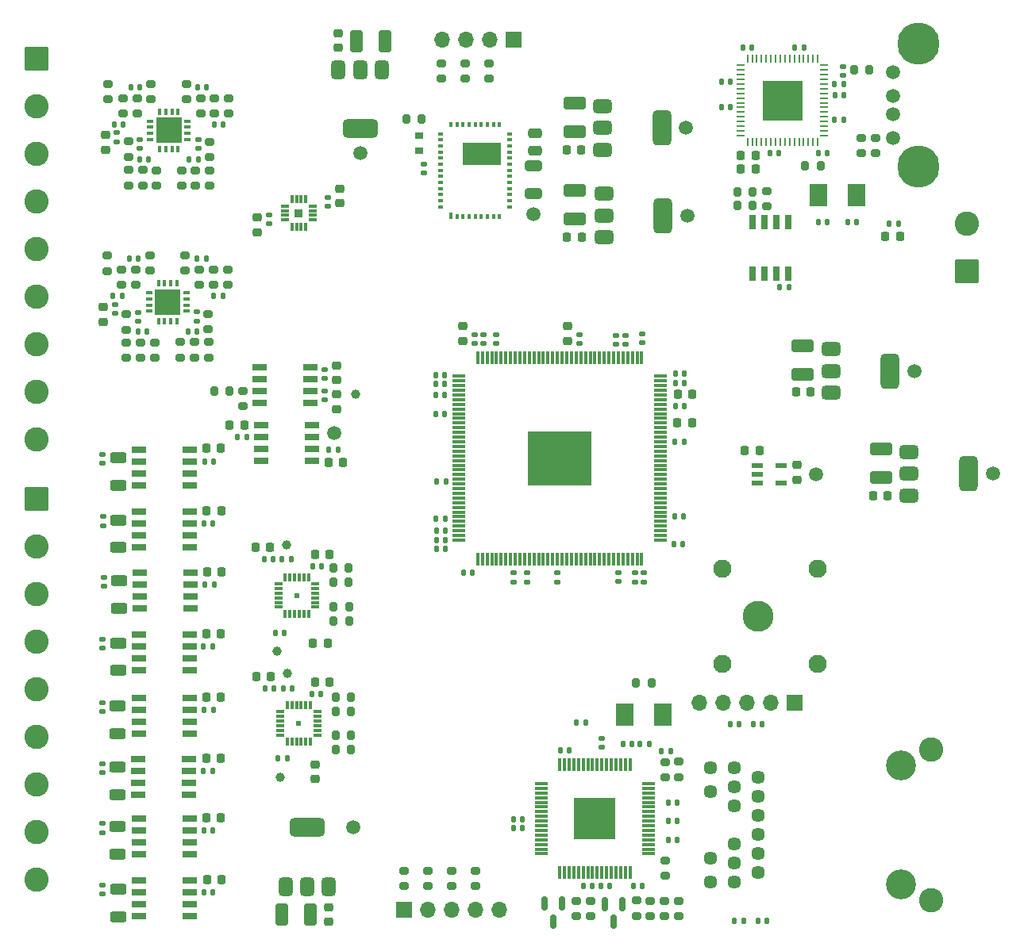
<source format=gbr>
%TF.GenerationSoftware,KiCad,Pcbnew,9.0.0*%
%TF.CreationDate,2025-06-18T17:59:25+02:00*%
%TF.ProjectId,Nanopipets,4e616e6f-7069-4706-9574-732e6b696361,rev?*%
%TF.SameCoordinates,Original*%
%TF.FileFunction,Soldermask,Top*%
%TF.FilePolarity,Negative*%
%FSLAX46Y46*%
G04 Gerber Fmt 4.6, Leading zero omitted, Abs format (unit mm)*
G04 Created by KiCad (PCBNEW 9.0.0) date 2025-06-18 17:59:25*
%MOMM*%
%LPD*%
G01*
G04 APERTURE LIST*
G04 Aperture macros list*
%AMRoundRect*
0 Rectangle with rounded corners*
0 $1 Rounding radius*
0 $2 $3 $4 $5 $6 $7 $8 $9 X,Y pos of 4 corners*
0 Add a 4 corners polygon primitive as box body*
4,1,4,$2,$3,$4,$5,$6,$7,$8,$9,$2,$3,0*
0 Add four circle primitives for the rounded corners*
1,1,$1+$1,$2,$3*
1,1,$1+$1,$4,$5*
1,1,$1+$1,$6,$7*
1,1,$1+$1,$8,$9*
0 Add four rect primitives between the rounded corners*
20,1,$1+$1,$2,$3,$4,$5,0*
20,1,$1+$1,$4,$5,$6,$7,0*
20,1,$1+$1,$6,$7,$8,$9,0*
20,1,$1+$1,$8,$9,$2,$3,0*%
G04 Aperture macros list end*
%ADD10R,1.475000X0.300000*%
%ADD11R,0.300000X1.475000*%
%ADD12R,6.760000X5.765000*%
%ADD13RoundRect,0.200000X-0.200000X-0.275000X0.200000X-0.275000X0.200000X0.275000X-0.200000X0.275000X0*%
%ADD14R,1.900000X2.400000*%
%ADD15RoundRect,0.200000X0.275000X-0.200000X0.275000X0.200000X-0.275000X0.200000X-0.275000X-0.200000X0*%
%ADD16RoundRect,0.140000X-0.140000X-0.170000X0.140000X-0.170000X0.140000X0.170000X-0.140000X0.170000X0*%
%ADD17RoundRect,0.250000X-0.412500X-0.925000X0.412500X-0.925000X0.412500X0.925000X-0.412500X0.925000X0*%
%ADD18R,1.700000X1.700000*%
%ADD19O,1.700000X1.700000*%
%ADD20RoundRect,0.375000X-0.625000X-0.375000X0.625000X-0.375000X0.625000X0.375000X-0.625000X0.375000X0*%
%ADD21RoundRect,0.500000X-0.500000X-1.400000X0.500000X-1.400000X0.500000X1.400000X-0.500000X1.400000X0*%
%ADD22RoundRect,0.140000X-0.170000X0.140000X-0.170000X-0.140000X0.170000X-0.140000X0.170000X0.140000X0*%
%ADD23RoundRect,0.140000X0.140000X0.170000X-0.140000X0.170000X-0.140000X-0.170000X0.140000X-0.170000X0*%
%ADD24RoundRect,0.225000X0.250000X-0.225000X0.250000X0.225000X-0.250000X0.225000X-0.250000X-0.225000X0*%
%ADD25RoundRect,0.140000X0.170000X-0.140000X0.170000X0.140000X-0.170000X0.140000X-0.170000X-0.140000X0*%
%ADD26RoundRect,0.225000X-0.225000X-0.250000X0.225000X-0.250000X0.225000X0.250000X-0.225000X0.250000X0*%
%ADD27RoundRect,0.200000X-0.275000X0.200000X-0.275000X-0.200000X0.275000X-0.200000X0.275000X0.200000X0*%
%ADD28RoundRect,0.150000X-0.150000X0.587500X-0.150000X-0.587500X0.150000X-0.587500X0.150000X0.587500X0*%
%ADD29R,1.528000X0.650000*%
%ADD30RoundRect,0.225000X0.225000X0.250000X-0.225000X0.250000X-0.225000X-0.250000X0.225000X-0.250000X0*%
%ADD31RoundRect,0.250000X-0.625000X0.312500X-0.625000X-0.312500X0.625000X-0.312500X0.625000X0.312500X0*%
%ADD32C,1.500000*%
%ADD33RoundRect,0.225000X-0.250000X0.225000X-0.250000X-0.225000X0.250000X-0.225000X0.250000X0.225000X0*%
%ADD34RoundRect,0.250000X-1.050000X1.050000X-1.050000X-1.050000X1.050000X-1.050000X1.050000X1.050000X0*%
%ADD35C,2.600000*%
%ADD36C,3.200000*%
%ADD37C,1.446000*%
%ADD38R,0.800000X0.350000*%
%ADD39R,0.350000X0.800000*%
%ADD40R,2.800000X2.800000*%
%ADD41RoundRect,0.062500X0.337500X0.062500X-0.337500X0.062500X-0.337500X-0.062500X0.337500X-0.062500X0*%
%ADD42RoundRect,0.062500X0.062500X0.337500X-0.062500X0.337500X-0.062500X-0.337500X0.062500X-0.337500X0*%
%ADD43R,4.350000X4.350000*%
%ADD44RoundRect,0.250000X1.050000X-1.050000X1.050000X1.050000X-1.050000X1.050000X-1.050000X-1.050000X0*%
%ADD45RoundRect,0.200000X0.200000X0.275000X-0.200000X0.275000X-0.200000X-0.275000X0.200000X-0.275000X0*%
%ADD46R,1.525000X0.650000*%
%ADD47C,1.000000*%
%ADD48R,1.200000X0.600000*%
%ADD49R,0.300000X0.850000*%
%ADD50R,0.850000X0.300000*%
%ADD51R,0.600000X0.600000*%
%ADD52RoundRect,0.250000X0.925000X-0.412500X0.925000X0.412500X-0.925000X0.412500X-0.925000X-0.412500X0*%
%ADD53R,0.300000X0.750000*%
%ADD54R,0.300000X0.600000*%
%ADD55R,0.600000X0.300000*%
%ADD56R,4.150000X2.425000*%
%ADD57R,4.440000X4.440000*%
%ADD58RoundRect,0.375000X-0.375000X0.625000X-0.375000X-0.625000X0.375000X-0.625000X0.375000X0.625000X0*%
%ADD59RoundRect,0.500000X-1.400000X0.500000X-1.400000X-0.500000X1.400000X-0.500000X1.400000X0.500000X0*%
%ADD60RoundRect,0.250000X0.650000X-0.325000X0.650000X0.325000X-0.650000X0.325000X-0.650000X-0.325000X0*%
%ADD61RoundRect,0.250000X0.412500X0.925000X-0.412500X0.925000X-0.412500X-0.925000X0.412500X-0.925000X0*%
%ADD62R,0.300000X0.900000*%
%ADD63R,0.900000X0.300000*%
%ADD64R,0.900000X0.900000*%
%ADD65R,0.950000X0.800000*%
%ADD66R,0.650000X1.525000*%
%ADD67C,4.500000*%
%ADD68C,1.950000*%
%ADD69C,3.300000*%
%ADD70RoundRect,0.375000X0.375000X-0.625000X0.375000X0.625000X-0.375000X0.625000X-0.375000X-0.625000X0*%
%ADD71RoundRect,0.500000X1.400000X-0.500000X1.400000X0.500000X-1.400000X0.500000X-1.400000X-0.500000X0*%
%ADD72RoundRect,0.135000X-0.135000X-0.185000X0.135000X-0.185000X0.135000X0.185000X-0.135000X0.185000X0*%
%ADD73RoundRect,0.250000X-0.475000X0.250000X-0.475000X-0.250000X0.475000X-0.250000X0.475000X0.250000X0*%
G04 APERTURE END LIST*
D10*
%TO.C,IC15*%
X49562000Y-36000000D03*
X49561999Y-36500000D03*
X49562000Y-37000000D03*
X49562000Y-37500000D03*
X49562000Y-38000000D03*
X49562000Y-38500000D03*
X49561999Y-39000000D03*
X49562000Y-39500000D03*
X49562000Y-40000000D03*
X49562000Y-40500000D03*
X49562000Y-41000000D03*
X49561999Y-41500000D03*
X49562000Y-42000000D03*
X49562000Y-42500000D03*
X49562000Y-43000001D03*
X49562000Y-43500000D03*
X49561999Y-44000000D03*
X49562000Y-44500000D03*
X49562000Y-45000000D03*
X49561999Y-45500000D03*
X49562000Y-46000000D03*
X49562000Y-46499999D03*
X49562000Y-47000000D03*
X49562000Y-47500000D03*
X49561999Y-48000000D03*
X49562000Y-48500000D03*
X49562000Y-49000000D03*
X49562000Y-49500000D03*
X49562000Y-50000000D03*
X49561999Y-50500000D03*
X49562000Y-51000000D03*
X49562000Y-51500000D03*
X49562000Y-52000000D03*
X49562000Y-52500000D03*
X49561999Y-53000000D03*
X49562000Y-53500000D03*
D11*
X51550000Y-55488000D03*
X52050000Y-55488001D03*
X52550000Y-55488000D03*
X53050000Y-55488000D03*
X53550000Y-55488000D03*
X54050000Y-55488000D03*
X54550000Y-55488001D03*
X55050000Y-55488000D03*
X55550000Y-55488000D03*
X56050000Y-55488000D03*
X56550000Y-55488000D03*
X57050000Y-55488001D03*
X57550000Y-55488000D03*
X58050000Y-55488000D03*
X58550001Y-55488000D03*
X59050000Y-55488000D03*
X59550000Y-55488001D03*
X60050000Y-55488000D03*
X60550000Y-55488000D03*
X61050000Y-55488001D03*
X61550000Y-55488000D03*
X62049999Y-55488000D03*
X62550000Y-55488000D03*
X63050000Y-55488000D03*
X63550000Y-55488001D03*
X64050000Y-55488000D03*
X64550000Y-55488000D03*
X65050000Y-55488000D03*
X65550000Y-55488000D03*
X66050000Y-55488001D03*
X66550000Y-55488000D03*
X67050000Y-55488000D03*
X67550000Y-55488000D03*
X68050000Y-55488000D03*
X68550000Y-55488001D03*
X69050000Y-55488000D03*
D10*
X71038000Y-53500000D03*
X71038001Y-53000000D03*
X71038000Y-52500000D03*
X71038000Y-52000000D03*
X71038000Y-51500000D03*
X71038000Y-51000000D03*
X71038001Y-50500000D03*
X71038000Y-50000000D03*
X71038000Y-49500000D03*
X71038000Y-49000000D03*
X71038000Y-48500000D03*
X71038001Y-48000000D03*
X71038000Y-47500000D03*
X71038000Y-47000000D03*
X71038000Y-46499999D03*
X71038000Y-46000000D03*
X71038001Y-45500000D03*
X71038000Y-45000000D03*
X71038000Y-44500000D03*
X71038001Y-44000000D03*
X71038000Y-43500000D03*
X71038000Y-43000001D03*
X71038000Y-42500000D03*
X71038000Y-42000000D03*
X71038001Y-41500000D03*
X71038000Y-41000000D03*
X71038000Y-40500000D03*
X71038000Y-40000000D03*
X71038000Y-39500000D03*
X71038001Y-39000000D03*
X71038000Y-38500000D03*
X71038000Y-38000000D03*
X71038000Y-37500000D03*
X71038000Y-37000000D03*
X71038001Y-36500000D03*
X71038000Y-36000000D03*
D11*
X69050000Y-34012000D03*
X68550000Y-34011999D03*
X68050000Y-34012000D03*
X67550000Y-34012000D03*
X67050000Y-34012000D03*
X66550000Y-34012000D03*
X66050000Y-34011999D03*
X65550000Y-34012000D03*
X65050000Y-34012000D03*
X64550000Y-34012000D03*
X64050000Y-34012000D03*
X63550000Y-34011999D03*
X63050000Y-34012000D03*
X62550000Y-34012000D03*
X62049999Y-34012000D03*
X61550000Y-34012000D03*
X61050000Y-34011999D03*
X60550000Y-34012000D03*
X60050000Y-34012000D03*
X59550000Y-34011999D03*
X59050000Y-34012000D03*
X58550001Y-34012000D03*
X58050000Y-34012000D03*
X57550000Y-34012000D03*
X57050000Y-34011999D03*
X56550000Y-34012000D03*
X56050000Y-34012000D03*
X55550000Y-34012000D03*
X55050000Y-34012000D03*
X54550000Y-34011999D03*
X54050000Y-34012000D03*
X53550000Y-34012000D03*
X53050000Y-34012000D03*
X52550000Y-34012000D03*
X52050000Y-34011999D03*
X51550000Y-34012000D03*
D12*
X60300000Y-44750000D03*
%TD*%
D13*
%TO.C,R16*%
X36375000Y-75849000D03*
X38025000Y-75849000D03*
%TD*%
D14*
%TO.C,Y1*%
X71324093Y-72124293D03*
X67224093Y-72124293D03*
%TD*%
D15*
%TO.C,R25*%
X14287750Y-12600000D03*
X14287750Y-10950000D03*
%TD*%
D16*
%TO.C,C152*%
X78450000Y-73150000D03*
X79410000Y-73150000D03*
%TD*%
D17*
%TO.C,C22*%
X38625000Y-250000D03*
X41700000Y-250000D03*
%TD*%
D18*
%TO.C,J3*%
X43720000Y-92970000D03*
D19*
X46260000Y-92970000D03*
X48799999Y-92970000D03*
X51340000Y-92970000D03*
X53880000Y-92970000D03*
%TD*%
D20*
%TO.C,U1*%
X65024800Y-16540653D03*
X65024800Y-18840653D03*
D21*
X71324800Y-18840653D03*
D20*
X65024800Y-21140653D03*
%TD*%
D22*
%TO.C,C26*%
X11558000Y-44340000D03*
X11558000Y-45300000D03*
%TD*%
D15*
%TO.C,R70*%
X47650000Y-4250000D03*
X47650000Y-2600000D03*
%TD*%
D22*
%TO.C,C104*%
X69085534Y-31466417D03*
X69085534Y-32426417D03*
%TD*%
D23*
%TO.C,C41*%
X29756896Y-55550000D03*
X28796896Y-55550000D03*
%TD*%
D24*
%TO.C,C120*%
X61110000Y-32220000D03*
X61110000Y-30670000D03*
%TD*%
D16*
%TO.C,C112*%
X47119615Y-51174648D03*
X48079615Y-51174648D03*
%TD*%
D25*
%TO.C,C96*%
X69297665Y-57952967D03*
X69297665Y-56992967D03*
%TD*%
D23*
%TO.C,C76*%
X13762750Y-9100000D03*
X12802750Y-9100000D03*
%TD*%
D26*
%TO.C,C54*%
X22608000Y-83120000D03*
X24158000Y-83120000D03*
%TD*%
D27*
%TO.C,R40*%
X13700000Y-6300000D03*
X13700000Y-7950000D03*
%TD*%
D28*
%TO.C,Q1*%
X60562500Y-92312500D03*
X58662500Y-92312500D03*
X59612500Y-94187500D03*
%TD*%
D29*
%TO.C,IC5*%
X15508000Y-56980000D03*
X15508000Y-58250000D03*
X15508000Y-59520000D03*
X15508000Y-60790000D03*
X20930000Y-60790000D03*
X20930000Y-59520000D03*
X20930000Y-58250000D03*
X20930000Y-56980000D03*
%TD*%
D16*
%TO.C,C32*%
X22458000Y-58250000D03*
X23418000Y-58250000D03*
%TD*%
D30*
%TO.C,C154*%
X96581318Y-21035589D03*
X95031318Y-21035589D03*
%TD*%
D31*
%TO.C,R13*%
X13158000Y-84100000D03*
X13158000Y-87025000D03*
%TD*%
D22*
%TO.C,C4*%
X35200000Y-37545000D03*
X35200000Y-38505000D03*
%TD*%
D15*
%TO.C,R39*%
X22887750Y-33993300D03*
X22887750Y-32343300D03*
%TD*%
D26*
%TO.C,C50*%
X22658000Y-89750000D03*
X24208000Y-89750000D03*
%TD*%
D15*
%TO.C,R63*%
X46200000Y-90420000D03*
X46200000Y-88770000D03*
%TD*%
D31*
%TO.C,R6*%
X13230000Y-51375000D03*
X13230000Y-54300000D03*
%TD*%
D25*
%TO.C,C10*%
X35200000Y-36245000D03*
X35200000Y-35285000D03*
%TD*%
D32*
%TO.C,TP10*%
X73775000Y-9500000D03*
%TD*%
D23*
%TO.C,C60*%
X29800000Y-69321128D03*
X28840000Y-69321128D03*
%TD*%
D22*
%TO.C,C84*%
X12862750Y-28358300D03*
X12862750Y-29318300D03*
%TD*%
D33*
%TO.C,C86*%
X11637750Y-28633300D03*
X11637750Y-30183300D03*
%TD*%
D16*
%TO.C,C34*%
X22370000Y-51750000D03*
X23330000Y-51750000D03*
%TD*%
D31*
%TO.C,R5*%
X13308000Y-57850000D03*
X13308000Y-60775000D03*
%TD*%
D26*
%TO.C,C33*%
X22708000Y-56850000D03*
X24258000Y-56850000D03*
%TD*%
D34*
%TO.C,J5*%
X4500000Y-49070000D03*
D35*
X4500000Y-54150000D03*
X4500000Y-59230000D03*
X4500000Y-64310000D03*
X4500000Y-69390000D03*
X4500000Y-74470000D03*
X4500000Y-79550000D03*
X4500000Y-84630000D03*
X4500000Y-89710000D03*
%TD*%
D28*
%TO.C,Q2*%
X66975000Y-92325000D03*
X65075000Y-92325000D03*
X66025000Y-94200000D03*
%TD*%
D22*
%TO.C,C47*%
X11508000Y-77350000D03*
X11508000Y-78310000D03*
%TD*%
D30*
%TO.C,C7*%
X87075000Y-37675000D03*
X85525000Y-37675000D03*
%TD*%
D16*
%TO.C,C89*%
X50040000Y-56950000D03*
X51000000Y-56950000D03*
%TD*%
D23*
%TO.C,C103*%
X73581066Y-35709056D03*
X72621066Y-35709056D03*
%TD*%
%TO.C,C58*%
X31225000Y-76800000D03*
X30265000Y-76800000D03*
%TD*%
D16*
%TO.C,C132*%
X60365000Y-75962500D03*
X61325000Y-75962500D03*
%TD*%
%TO.C,C51*%
X22358000Y-84520000D03*
X23318000Y-84520000D03*
%TD*%
D33*
%TO.C,C67*%
X28050000Y-19075000D03*
X28050000Y-20625000D03*
%TD*%
D16*
%TO.C,C49*%
X22398000Y-71600000D03*
X23358000Y-71600000D03*
%TD*%
D23*
%TO.C,C100*%
X73487000Y-51000000D03*
X72527000Y-51000000D03*
%TD*%
D16*
%TO.C,C53*%
X22308000Y-78150000D03*
X23268000Y-78150000D03*
%TD*%
D13*
%TO.C,R17*%
X36375000Y-74350000D03*
X38025000Y-74350000D03*
%TD*%
D25*
%TO.C,C64*%
X35550000Y-17850000D03*
X35550000Y-16890000D03*
%TD*%
D13*
%TO.C,R8*%
X36175000Y-62150000D03*
X37825000Y-62150000D03*
%TD*%
D22*
%TO.C,C115*%
X53550000Y-31567077D03*
X53550000Y-32527077D03*
%TD*%
D26*
%TO.C,C56*%
X22608000Y-70250000D03*
X24158000Y-70250000D03*
%TD*%
D23*
%TO.C,C97*%
X73450000Y-53900000D03*
X72490000Y-53900000D03*
%TD*%
D15*
%TO.C,R37*%
X22962750Y-15675000D03*
X22962750Y-14025000D03*
%TD*%
D22*
%TO.C,C2*%
X45774999Y-13365000D03*
X45774999Y-14325000D03*
%TD*%
D16*
%TO.C,C130*%
X55388800Y-84231392D03*
X56348800Y-84231392D03*
%TD*%
D15*
%TO.C,R67*%
X62050000Y-93637500D03*
X62050000Y-91987500D03*
%TD*%
D16*
%TO.C,C82*%
X14387750Y-23443300D03*
X15347750Y-23443300D03*
%TD*%
D14*
%TO.C,Y2*%
X87880286Y-16669714D03*
X91980286Y-16669714D03*
%TD*%
D23*
%TO.C,C137*%
X90582318Y-8610589D03*
X89622318Y-8610589D03*
%TD*%
D27*
%TO.C,R48*%
X16712750Y-4800000D03*
X16712750Y-6450000D03*
%TD*%
D24*
%TO.C,C11*%
X36467000Y-36395000D03*
X36467000Y-34845000D03*
%TD*%
D33*
%TO.C,C5*%
X36467000Y-37945000D03*
X36467000Y-39495000D03*
%TD*%
D27*
%TO.C,R36*%
X12150000Y-4812650D03*
X12150000Y-6462650D03*
%TD*%
D25*
%TO.C,C92*%
X56781875Y-57952967D03*
X56781875Y-56992967D03*
%TD*%
D26*
%TO.C,C99*%
X72850000Y-41000000D03*
X74400000Y-41000000D03*
%TD*%
D36*
%TO.C,T1*%
X96695000Y-90225000D03*
X96695000Y-77525000D03*
D37*
X81455000Y-78775000D03*
X81455000Y-80815000D03*
X81455000Y-82855000D03*
X81455000Y-84895000D03*
X81455000Y-86935000D03*
X81455000Y-88975000D03*
X78915000Y-77775000D03*
X78915000Y-79795000D03*
X78915000Y-81835000D03*
X78915000Y-85915000D03*
X78915000Y-87955000D03*
X78915000Y-89960000D03*
X76375000Y-77785000D03*
X76375000Y-80325000D03*
X76375000Y-87425000D03*
X76375000Y-89965000D03*
D35*
X99875000Y-75810000D03*
X99875000Y-91940000D03*
%TD*%
D29*
%TO.C,IC10*%
X15386000Y-83230000D03*
X15386000Y-84500000D03*
X15386000Y-85770000D03*
X15386000Y-87040000D03*
X20808000Y-87040000D03*
X20808000Y-85770000D03*
X20808000Y-84500000D03*
X20808000Y-83230000D03*
%TD*%
D16*
%TO.C,C91*%
X47140645Y-52466182D03*
X48100645Y-52466182D03*
%TD*%
D38*
%TO.C,U7*%
X16612750Y-8775000D03*
X16612750Y-9425000D03*
X16612750Y-10075000D03*
X16612750Y-10725000D03*
D39*
X17637750Y-11750000D03*
X18287750Y-11750000D03*
X18937750Y-11750000D03*
X19587750Y-11750000D03*
D38*
X20612750Y-10725000D03*
X20612750Y-10075000D03*
X20612750Y-9425000D03*
X20612750Y-8775000D03*
D39*
X19587750Y-7750000D03*
X18937750Y-7750000D03*
X18287750Y-7750000D03*
X17637750Y-7750000D03*
D40*
X18612750Y-9750000D03*
%TD*%
D16*
%TO.C,C68*%
X23437750Y-9100000D03*
X24397750Y-9100000D03*
%TD*%
%TO.C,C55*%
X22358000Y-91100000D03*
X23318000Y-91100000D03*
%TD*%
D22*
%TO.C,C79*%
X21587750Y-29143300D03*
X21587750Y-30103300D03*
%TD*%
D31*
%TO.C,R12*%
X13158000Y-71225000D03*
X13158000Y-74150000D03*
%TD*%
D41*
%TO.C,U9*%
X88521318Y-10309589D03*
X88521318Y-9809589D03*
X88521318Y-9309589D03*
X88521318Y-8809589D03*
X88521318Y-8309589D03*
X88521318Y-7809589D03*
X88521318Y-7309589D03*
X88521318Y-6809589D03*
X88521318Y-6309589D03*
X88521318Y-5809589D03*
X88521318Y-5309589D03*
X88521318Y-4809589D03*
X88521318Y-4309589D03*
X88521318Y-3809589D03*
X88521318Y-3309589D03*
X88521318Y-2809589D03*
D42*
X87821318Y-2109589D03*
X87321318Y-2109589D03*
X86821318Y-2109589D03*
X86321318Y-2109589D03*
X85821318Y-2109589D03*
X85321318Y-2109589D03*
X84821318Y-2109589D03*
X84321318Y-2109589D03*
X83821318Y-2109589D03*
X83321318Y-2109589D03*
X82821318Y-2109589D03*
X82321318Y-2109589D03*
X81821318Y-2109589D03*
X81321318Y-2109589D03*
X80821318Y-2109589D03*
X80321318Y-2109589D03*
D41*
X79621318Y-2809589D03*
X79621318Y-3309589D03*
X79621318Y-3809589D03*
X79621318Y-4309589D03*
X79621318Y-4809589D03*
X79621318Y-5309589D03*
X79621318Y-5809589D03*
X79621318Y-6309589D03*
X79621318Y-6809589D03*
X79621318Y-7309589D03*
X79621318Y-7809589D03*
X79621318Y-8309589D03*
X79621318Y-8809589D03*
X79621318Y-9309589D03*
X79621318Y-9809589D03*
X79621318Y-10309589D03*
D42*
X80321318Y-11009589D03*
X80821318Y-11009589D03*
X81321318Y-11009589D03*
X81821318Y-11009589D03*
X82321318Y-11009589D03*
X82821318Y-11009589D03*
X83321318Y-11009589D03*
X83821318Y-11009589D03*
X84321318Y-11009589D03*
X84821318Y-11009589D03*
X85321318Y-11009589D03*
X85821318Y-11009589D03*
X86321318Y-11009589D03*
X86821318Y-11009589D03*
X87321318Y-11009589D03*
X87821318Y-11009589D03*
D43*
X84071318Y-6559589D03*
%TD*%
D15*
%TO.C,R21*%
X14287750Y-15650000D03*
X14287750Y-14000000D03*
%TD*%
D23*
%TO.C,C117*%
X73570000Y-39210000D03*
X72610000Y-39210000D03*
%TD*%
D33*
%TO.C,C23*%
X85576000Y-45475000D03*
X85576000Y-47025000D03*
%TD*%
D16*
%TO.C,C108*%
X47053750Y-36840428D03*
X48013750Y-36840428D03*
%TD*%
D15*
%TO.C,R22*%
X24912750Y-26243300D03*
X24912750Y-24593300D03*
%TD*%
D16*
%TO.C,C75*%
X15337750Y-31218300D03*
X16297750Y-31218300D03*
%TD*%
D25*
%TO.C,C94*%
X60034564Y-57952970D03*
X60034564Y-56992970D03*
%TD*%
D16*
%TO.C,C142*%
X83781318Y-26510589D03*
X84741318Y-26510589D03*
%TD*%
%TO.C,C113*%
X47190327Y-47214851D03*
X48150327Y-47214851D03*
%TD*%
D30*
%TO.C,C63*%
X29500000Y-68071128D03*
X27950000Y-68071128D03*
%TD*%
D32*
%TO.C,TP4*%
X98175000Y-35425000D03*
%TD*%
D44*
%TO.C,J7*%
X103741318Y-24760589D03*
D35*
X103741318Y-19680589D03*
%TD*%
D22*
%TO.C,C116*%
X66292460Y-31643191D03*
X66292460Y-32603191D03*
%TD*%
D15*
%TO.C,R49*%
X21462750Y-15675000D03*
X21462750Y-14025000D03*
%TD*%
D45*
%TO.C,R58*%
X88131318Y-13560589D03*
X86481318Y-13560589D03*
%TD*%
%TO.C,R60*%
X93325000Y-3275000D03*
X91675000Y-3275000D03*
%TD*%
D16*
%TO.C,C143*%
X85390000Y-950000D03*
X86350000Y-950000D03*
%TD*%
%TO.C,C111*%
X47089106Y-38007155D03*
X48049106Y-38007155D03*
%TD*%
D34*
%TO.C,J4*%
X4500000Y-2100000D03*
D35*
X4500000Y-7180000D03*
X4500000Y-12260000D03*
X4500000Y-17340000D03*
X4500000Y-22420000D03*
X4500000Y-27500000D03*
X4500000Y-32580000D03*
X4500000Y-37660000D03*
X4500000Y-42740000D03*
%TD*%
D26*
%TO.C,C40*%
X33975766Y-64500000D03*
X35525766Y-64500000D03*
%TD*%
%TO.C,C52*%
X22608000Y-76800000D03*
X24158000Y-76800000D03*
%TD*%
D23*
%TO.C,C126*%
X72808800Y-85481392D03*
X71848800Y-85481392D03*
%TD*%
D30*
%TO.C,C6*%
X62624800Y-21140653D03*
X61074800Y-21140653D03*
%TD*%
D16*
%TO.C,C145*%
X79825000Y-950000D03*
X80785000Y-950000D03*
%TD*%
D29*
%TO.C,IC12*%
X15408000Y-89830000D03*
X15408000Y-91100000D03*
X15408000Y-92370000D03*
X15408000Y-93640000D03*
X20830000Y-93640000D03*
X20830000Y-92370000D03*
X20830000Y-91100000D03*
X20830000Y-89830000D03*
%TD*%
D22*
%TO.C,C29*%
X11558000Y-64090000D03*
X11558000Y-65050000D03*
%TD*%
D16*
%TO.C,C36*%
X22298000Y-64830000D03*
X23258000Y-64830000D03*
%TD*%
D23*
%TO.C,C81*%
X21747750Y-12875000D03*
X20787750Y-12875000D03*
%TD*%
D46*
%TO.C,IC2*%
X28425000Y-41242500D03*
X28425000Y-42512500D03*
X28425000Y-43782500D03*
X28425000Y-45052500D03*
X33849000Y-45052500D03*
X33849000Y-43782500D03*
X33849000Y-42512500D03*
X33849000Y-41242500D03*
%TD*%
D24*
%TO.C,C19*%
X36700000Y-950000D03*
X36700000Y600000D03*
%TD*%
D32*
%TO.C,TP6*%
X38260000Y-84180000D03*
%TD*%
D22*
%TO.C,C71*%
X15362750Y-29168300D03*
X15362750Y-30128300D03*
%TD*%
D13*
%TO.C,R19*%
X36375000Y-70300000D03*
X38025000Y-70300000D03*
%TD*%
D30*
%TO.C,C24*%
X62575000Y-11800000D03*
X61025000Y-11800000D03*
%TD*%
D16*
%TO.C,C30*%
X22408000Y-45100000D03*
X23368000Y-45100000D03*
%TD*%
%TO.C,C148*%
X77560318Y-4600000D03*
X78520318Y-4600000D03*
%TD*%
D23*
%TO.C,C78*%
X13622750Y-27443300D03*
X12662750Y-27443300D03*
%TD*%
D15*
%TO.C,R30*%
X21887750Y-26268300D03*
X21887750Y-24618300D03*
%TD*%
D47*
%TO.C,TP14*%
X30475000Y-78800000D03*
%TD*%
D15*
%TO.C,R76*%
X52725000Y-4225000D03*
X52725000Y-2575000D03*
%TD*%
D48*
%TO.C,IC3*%
X81376000Y-45525000D03*
X81376001Y-46475000D03*
X81376000Y-47425000D03*
X83876000Y-47425000D03*
X83876000Y-45525000D03*
%TD*%
D22*
%TO.C,C77*%
X21737750Y-10740000D03*
X21737750Y-11700000D03*
%TD*%
D49*
%TO.C,IC13*%
X33725000Y-71100000D03*
X33225000Y-71100000D03*
X32725000Y-71100000D03*
X32225000Y-71100000D03*
X31725000Y-71100000D03*
X31225000Y-71100000D03*
D50*
X30525000Y-71800000D03*
X30525000Y-72300000D03*
X30525000Y-72800000D03*
X30525000Y-73300000D03*
X30525000Y-73800000D03*
X30525000Y-74300000D03*
D49*
X31225000Y-75000000D03*
X31725000Y-75000000D03*
X32225000Y-75000000D03*
X32725000Y-75000000D03*
X33225000Y-75000000D03*
X33725000Y-75000000D03*
D50*
X34425000Y-74300000D03*
X34425000Y-73800000D03*
X34425000Y-73300000D03*
X34425000Y-72800000D03*
X34425000Y-72300000D03*
X34425000Y-71800000D03*
D51*
X32475000Y-73050000D03*
%TD*%
D27*
%TO.C,R47*%
X19837750Y-32368300D03*
X19837750Y-34018300D03*
%TD*%
D24*
%TO.C,C66*%
X36800000Y-17550000D03*
X36800000Y-16000000D03*
%TD*%
D22*
%TO.C,C109*%
X62368018Y-31537126D03*
X62368018Y-32497126D03*
%TD*%
D16*
%TO.C,C61*%
X33875000Y-69900000D03*
X34835000Y-69900000D03*
%TD*%
D22*
%TO.C,C28*%
X11608000Y-50990000D03*
X11608000Y-51950000D03*
%TD*%
D30*
%TO.C,C138*%
X81181318Y-12410589D03*
X79631318Y-12410589D03*
%TD*%
D13*
%TO.C,R55*%
X79231318Y-16310589D03*
X80881318Y-16310589D03*
%TD*%
D16*
%TO.C,C73*%
X15487750Y-12850000D03*
X16447750Y-12850000D03*
%TD*%
D32*
%TO.C,TP3*%
X73924800Y-18840653D03*
%TD*%
D29*
%TO.C,IC9*%
X15408000Y-70330000D03*
X15408000Y-71600000D03*
X15408000Y-72870000D03*
X15408000Y-74140000D03*
X20830000Y-74140000D03*
X20830000Y-72870000D03*
X20830000Y-71600000D03*
X20830000Y-70330000D03*
%TD*%
D26*
%TO.C,C62*%
X34175000Y-68650000D03*
X35725000Y-68650000D03*
%TD*%
D23*
%TO.C,C15*%
X26909000Y-42482500D03*
X25949000Y-42482500D03*
%TD*%
D26*
%TO.C,C114*%
X72890000Y-37930000D03*
X74440000Y-37930000D03*
%TD*%
D23*
%TO.C,C101*%
X73540306Y-42992256D03*
X72580306Y-42992256D03*
%TD*%
D31*
%TO.C,R15*%
X13208000Y-90750000D03*
X13208000Y-93675000D03*
%TD*%
D23*
%TO.C,C147*%
X88821318Y-12159589D03*
X87861318Y-12159589D03*
%TD*%
D30*
%TO.C,C12*%
X26649000Y-41182500D03*
X25099000Y-41182500D03*
%TD*%
D13*
%TO.C,R18*%
X36375000Y-71800000D03*
X38025000Y-71800000D03*
%TD*%
D52*
%TO.C,C8*%
X61924800Y-19215653D03*
X61924800Y-16140653D03*
%TD*%
D30*
%TO.C,C140*%
X81181318Y-13910589D03*
X79631318Y-13910589D03*
%TD*%
D32*
%TO.C,TP7*%
X36249000Y-42082500D03*
%TD*%
D15*
%TO.C,R46*%
X15087750Y-26268300D03*
X15087750Y-24618300D03*
%TD*%
D13*
%TO.C,R54*%
X68425000Y-68706108D03*
X70075000Y-68706108D03*
%TD*%
D53*
%TO.C,PS1*%
X48675000Y-18850000D03*
D54*
X49325000Y-18925000D03*
X49975000Y-18925000D03*
X50625000Y-18925000D03*
X51275000Y-18925000D03*
X51925000Y-18925000D03*
X52575000Y-18925000D03*
X53225000Y-18925000D03*
X53875000Y-18925000D03*
D55*
X54925000Y-17925000D03*
X54925000Y-17275000D03*
X54925000Y-16625000D03*
X54925000Y-15975000D03*
X54925000Y-15325000D03*
X54925000Y-14675000D03*
X54925000Y-14025000D03*
X54925000Y-13375000D03*
X54925000Y-12725000D03*
X54925000Y-12075000D03*
X54925000Y-11425000D03*
X54925000Y-10775000D03*
X54925000Y-10125000D03*
D54*
X53875000Y-9125000D03*
X53225000Y-9125000D03*
X52575000Y-9125000D03*
X51925000Y-9125000D03*
X51275000Y-9125000D03*
X50625000Y-9125000D03*
X49975000Y-9125000D03*
X49325000Y-9125000D03*
X48675000Y-9125000D03*
D55*
X47625000Y-10125000D03*
X47625000Y-10775000D03*
X47625000Y-11425000D03*
X47625000Y-12075000D03*
X47625000Y-12725000D03*
X47625000Y-13375000D03*
X47625000Y-14025000D03*
X47625000Y-14675000D03*
X47625000Y-15325000D03*
X47625000Y-15975000D03*
X47625000Y-16625000D03*
X47625000Y-17275000D03*
X47625000Y-17925000D03*
D56*
X51975000Y-12225000D03*
%TD*%
D27*
%TO.C,R38*%
X12050000Y-23119300D03*
X12050000Y-24769300D03*
%TD*%
D25*
%TO.C,C90*%
X55367660Y-57952970D03*
X55367660Y-56992970D03*
%TD*%
%TO.C,C98*%
X68307715Y-57952969D03*
X68307715Y-56992969D03*
%TD*%
D10*
%TO.C,IC16*%
X69786800Y-86981392D03*
X69786800Y-86481392D03*
X69786800Y-85981392D03*
X69786800Y-85481392D03*
X69786800Y-84981392D03*
X69786800Y-84481392D03*
X69786800Y-83981392D03*
X69786800Y-83481392D03*
X69786800Y-82981392D03*
X69786800Y-82481392D03*
X69786800Y-81981392D03*
X69786800Y-81481392D03*
X69786800Y-80981392D03*
X69786800Y-80481392D03*
X69786800Y-79981392D03*
X69786800Y-79481392D03*
D11*
X67798800Y-77493392D03*
X67298800Y-77493392D03*
X66798800Y-77493392D03*
X66298800Y-77493392D03*
X65798800Y-77493392D03*
X65298800Y-77493392D03*
X64798800Y-77493392D03*
X64298800Y-77493392D03*
X63798800Y-77493392D03*
X63298800Y-77493392D03*
X62798800Y-77493392D03*
X62298800Y-77493392D03*
X61798800Y-77493392D03*
X61298800Y-77493392D03*
X60798800Y-77493392D03*
X60298800Y-77493392D03*
D10*
X58310800Y-79481392D03*
X58310800Y-79981392D03*
X58310800Y-80481392D03*
X58310800Y-80981392D03*
X58310800Y-81481392D03*
X58310800Y-81981392D03*
X58310800Y-82481392D03*
X58310800Y-82981392D03*
X58310800Y-83481392D03*
X58310800Y-83981392D03*
X58310800Y-84481392D03*
X58310800Y-84981392D03*
X58310800Y-85481392D03*
X58310800Y-85981392D03*
X58310800Y-86481392D03*
X58310800Y-86981392D03*
D11*
X60298800Y-88969392D03*
X60798800Y-88969392D03*
X61298800Y-88969392D03*
X61798800Y-88969392D03*
X62298800Y-88969392D03*
X62798800Y-88969392D03*
X63298800Y-88969392D03*
X63798800Y-88969392D03*
X64298800Y-88969392D03*
X64798800Y-88969392D03*
X65298800Y-88969392D03*
X65798800Y-88969392D03*
X66298800Y-88969392D03*
X66798800Y-88969392D03*
X67298800Y-88969392D03*
X67798800Y-88969392D03*
D57*
X64048800Y-83231392D03*
%TD*%
D32*
%TO.C,TP5*%
X106475000Y-46425000D03*
%TD*%
D58*
%TO.C,U5*%
X41300000Y-3250000D03*
X39000000Y-3250000D03*
D59*
X39000000Y-9550000D03*
D58*
X36700000Y-3250000D03*
%TD*%
D30*
%TO.C,C14*%
X95275000Y-48725000D03*
X93725000Y-48725000D03*
%TD*%
D16*
%TO.C,C110*%
X47053752Y-35850478D03*
X48013752Y-35850478D03*
%TD*%
D60*
%TO.C,C3*%
X57524999Y-16475001D03*
X57524999Y-13524999D03*
%TD*%
D27*
%TO.C,R34*%
X20362750Y-23093300D03*
X20362750Y-24743300D03*
%TD*%
D13*
%TO.C,R3*%
X43924999Y-8575000D03*
X45574999Y-8575000D03*
%TD*%
D26*
%TO.C,C37*%
X22608000Y-63480000D03*
X24158000Y-63480000D03*
%TD*%
D52*
%TO.C,C17*%
X94575000Y-46800000D03*
X94575000Y-43725000D03*
%TD*%
D61*
%TO.C,C16*%
X33725000Y-93475000D03*
X30650000Y-93475000D03*
%TD*%
D26*
%TO.C,C31*%
X22608000Y-43700000D03*
X24158000Y-43700000D03*
%TD*%
D23*
%TO.C,C83*%
X21587750Y-31218300D03*
X20627750Y-31218300D03*
%TD*%
D15*
%TO.C,R71*%
X50200000Y-4250000D03*
X50200000Y-2600000D03*
%TD*%
D16*
%TO.C,C139*%
X77561318Y-7309589D03*
X78521318Y-7309589D03*
%TD*%
D22*
%TO.C,C45*%
X11508000Y-70840000D03*
X11508000Y-71800000D03*
%TD*%
D62*
%TO.C,IC14*%
X33225000Y-17125000D03*
X32725000Y-17125000D03*
X32225000Y-17125000D03*
X31725000Y-17125000D03*
D63*
X31025000Y-17825000D03*
X31025000Y-18325000D03*
X31025000Y-18825000D03*
X31025000Y-19325000D03*
D62*
X31725000Y-20025000D03*
X32225000Y-20025000D03*
X32725000Y-20025000D03*
X33225000Y-20025000D03*
D63*
X33925000Y-19325000D03*
X33925000Y-18825000D03*
X33925000Y-18325000D03*
X33925000Y-17825000D03*
D64*
X32475000Y-18575000D03*
%TD*%
D27*
%TO.C,R32*%
X20487750Y-4800000D03*
X20487750Y-6450000D03*
%TD*%
%TO.C,R57*%
X93971318Y-10559589D03*
X93971318Y-12209589D03*
%TD*%
D33*
%TO.C,C13*%
X35650000Y-92675000D03*
X35650000Y-94225000D03*
%TD*%
D27*
%TO.C,R50*%
X16587750Y-23093300D03*
X16587750Y-24743300D03*
%TD*%
D26*
%TO.C,C44*%
X34175000Y-55000000D03*
X35725000Y-55000000D03*
%TD*%
D32*
%TO.C,TP1*%
X57525000Y-18675000D03*
%TD*%
D22*
%TO.C,C48*%
X11558000Y-90340000D03*
X11558000Y-91300000D03*
%TD*%
D47*
%TO.C,TP12*%
X30143400Y-65360000D03*
%TD*%
D15*
%TO.C,R51*%
X21312750Y-34018300D03*
X21312750Y-32368300D03*
%TD*%
D27*
%TO.C,R31*%
X17112750Y-32393300D03*
X17112750Y-34043300D03*
%TD*%
D23*
%TO.C,C72*%
X22647750Y-5150000D03*
X21687750Y-5150000D03*
%TD*%
D65*
%TO.C,LED1*%
X45274999Y-10325001D03*
X45274999Y-11924999D03*
%TD*%
D16*
%TO.C,C70*%
X23387750Y-27443300D03*
X24347750Y-27443300D03*
%TD*%
D23*
%TO.C,C133*%
X72124800Y-76031392D03*
X71164800Y-76031392D03*
%TD*%
D16*
%TO.C,C88*%
X47140645Y-54446081D03*
X48100645Y-54446081D03*
%TD*%
D27*
%TO.C,R72*%
X72975000Y-91987500D03*
X72975000Y-93637500D03*
%TD*%
%TO.C,R24*%
X23500000Y-6300000D03*
X23500000Y-7950000D03*
%TD*%
D22*
%TO.C,C129*%
X64774800Y-74631392D03*
X64774800Y-75591392D03*
%TD*%
D23*
%TO.C,C141*%
X90631318Y-5959589D03*
X89671318Y-5959589D03*
%TD*%
%TO.C,C74*%
X22572750Y-23443300D03*
X21612750Y-23443300D03*
%TD*%
%TO.C,C39*%
X30903400Y-63410000D03*
X29943400Y-63410000D03*
%TD*%
D26*
%TO.C,C35*%
X22630000Y-50400000D03*
X24180000Y-50400000D03*
%TD*%
D22*
%TO.C,C46*%
X11508000Y-83750000D03*
X11508000Y-84710000D03*
%TD*%
D20*
%TO.C,U4*%
X97575000Y-44125000D03*
X97575000Y-46425000D03*
D21*
X103875000Y-46425000D03*
D20*
X97575000Y-48725000D03*
%TD*%
D15*
%TO.C,R35*%
X15587750Y-34043300D03*
X15587750Y-32393300D03*
%TD*%
D32*
%TO.C,TP8*%
X39000000Y-12150000D03*
%TD*%
D16*
%TO.C,C80*%
X14562750Y-5175000D03*
X15522750Y-5175000D03*
%TD*%
%TO.C,C153*%
X95456318Y-19735589D03*
X96416318Y-19735589D03*
%TD*%
D29*
%TO.C,IC6*%
X15408000Y-50480000D03*
X15408000Y-51750000D03*
X15408000Y-53020000D03*
X15408000Y-54290000D03*
X20830000Y-54290000D03*
X20830000Y-53020000D03*
X20830000Y-51750000D03*
X20830000Y-50480000D03*
%TD*%
D32*
%TO.C,TP9*%
X87676000Y-46475000D03*
%TD*%
D27*
%TO.C,R73*%
X68475000Y-91975000D03*
X68475000Y-93625000D03*
%TD*%
D29*
%TO.C,IC4*%
X15408000Y-43810000D03*
X15408000Y-45080000D03*
X15408000Y-46350000D03*
X15408000Y-47620000D03*
X20830000Y-47620000D03*
X20830000Y-46350000D03*
X20830000Y-45080000D03*
X20830000Y-43810000D03*
%TD*%
D38*
%TO.C,U8*%
X16487750Y-27118300D03*
X16487750Y-27768300D03*
X16487750Y-28418300D03*
X16487750Y-29068300D03*
D39*
X17512750Y-30093300D03*
X18162750Y-30093300D03*
X18812750Y-30093300D03*
X19462750Y-30093300D03*
D38*
X20487750Y-29068300D03*
X20487750Y-28418300D03*
X20487750Y-27768300D03*
X20487750Y-27118300D03*
D39*
X19462750Y-26093300D03*
X18812750Y-26093300D03*
X18162750Y-26093300D03*
X17512750Y-26093300D03*
D40*
X18487750Y-28093300D03*
%TD*%
D31*
%TO.C,R7*%
X13208000Y-64475000D03*
X13208000Y-67400000D03*
%TD*%
D29*
%TO.C,IC1*%
X28245000Y-35005000D03*
X28245000Y-36275000D03*
X28245000Y-37545000D03*
X28245000Y-38815000D03*
X33667000Y-38815000D03*
X33667000Y-37545000D03*
X33667000Y-36275000D03*
X33667000Y-35005000D03*
%TD*%
D15*
%TO.C,R20*%
X25000000Y-7950000D03*
X25000000Y-6300000D03*
%TD*%
D16*
%TO.C,C150*%
X81425000Y-94175000D03*
X82385000Y-94175000D03*
%TD*%
D23*
%TO.C,C124*%
X69085000Y-90412500D03*
X68125000Y-90412500D03*
%TD*%
D22*
%TO.C,C65*%
X29300000Y-18775000D03*
X29300000Y-19735000D03*
%TD*%
D20*
%TO.C,U2*%
X89225000Y-33125000D03*
X89225000Y-35425000D03*
D21*
X95525000Y-35425000D03*
D20*
X89225000Y-37725000D03*
%TD*%
D27*
%TO.C,R56*%
X82361318Y-16236589D03*
X82361318Y-17886589D03*
%TD*%
D33*
%TO.C,C87*%
X11837750Y-10275000D03*
X11837750Y-11825000D03*
%TD*%
D27*
%TO.C,R61*%
X92450000Y-10561589D03*
X92450000Y-12211589D03*
%TD*%
D23*
%TO.C,C128*%
X72808800Y-83481392D03*
X71848800Y-83481392D03*
%TD*%
D27*
%TO.C,R29*%
X17300000Y-14002000D03*
X17300000Y-15652000D03*
%TD*%
D66*
%TO.C,IC17*%
X84701318Y-19586589D03*
X83431318Y-19586589D03*
X82161318Y-19586589D03*
X80891318Y-19586589D03*
X80891318Y-25010589D03*
X82161318Y-25010589D03*
X83431318Y-25010589D03*
X84701318Y-25010589D03*
%TD*%
D23*
%TO.C,C123*%
X72808800Y-81481392D03*
X71848800Y-81481392D03*
%TD*%
D16*
%TO.C,C57*%
X30790000Y-69320128D03*
X31750000Y-69320128D03*
%TD*%
D15*
%TO.C,R65*%
X48810000Y-90420000D03*
X48810000Y-88770000D03*
%TD*%
D23*
%TO.C,C38*%
X31656896Y-55500000D03*
X30696896Y-55500000D03*
%TD*%
D27*
%TO.C,R74*%
X71475000Y-91987500D03*
X71475000Y-93637500D03*
%TD*%
D16*
%TO.C,C42*%
X33925000Y-56250000D03*
X34885000Y-56250000D03*
%TD*%
%TO.C,C127*%
X55388800Y-83281392D03*
X56348800Y-83281392D03*
%TD*%
%TO.C,C95*%
X47140645Y-53456131D03*
X48100645Y-53456131D03*
%TD*%
%TO.C,C134*%
X87870286Y-19569714D03*
X88830286Y-19569714D03*
%TD*%
D15*
%TO.C,R1*%
X26467000Y-39195000D03*
X26467000Y-37545000D03*
%TD*%
D32*
%TO.C,J2*%
X95841318Y-10560589D03*
X95841318Y-8060589D03*
X95841318Y-6060589D03*
X95841318Y-3560589D03*
D67*
X98551318Y-13630589D03*
X98551318Y-490589D03*
%TD*%
D13*
%TO.C,R11*%
X36125000Y-56500000D03*
X37775000Y-56500000D03*
%TD*%
D26*
%TO.C,C20*%
X35649000Y-45182500D03*
X37199000Y-45182500D03*
%TD*%
D16*
%TO.C,C144*%
X82731318Y-12160589D03*
X83691318Y-12160589D03*
%TD*%
D68*
%TO.C,J6*%
X77625000Y-56545000D03*
X77625000Y-66705000D03*
X87785000Y-66705000D03*
X87785000Y-56545000D03*
D69*
X81425000Y-61625000D03*
%TD*%
D15*
%TO.C,R44*%
X15212750Y-7950000D03*
X15212750Y-6300000D03*
%TD*%
D31*
%TO.C,R14*%
X13158000Y-77750000D03*
X13158000Y-80675000D03*
%TD*%
D47*
%TO.C,TP13*%
X31272763Y-67750000D03*
%TD*%
D15*
%TO.C,R53*%
X71537800Y-78831392D03*
X71537800Y-77181392D03*
%TD*%
D70*
%TO.C,U3*%
X31050000Y-90475000D03*
X33350000Y-90475000D03*
D71*
X33350000Y-84175000D03*
D70*
X35650000Y-90475000D03*
%TD*%
D13*
%TO.C,R10*%
X36125000Y-58000000D03*
X37775000Y-58000000D03*
%TD*%
D15*
%TO.C,R62*%
X43700000Y-90445000D03*
X43700000Y-88795000D03*
%TD*%
D16*
%TO.C,C151*%
X80948800Y-73131392D03*
X81908800Y-73131392D03*
%TD*%
D22*
%TO.C,C85*%
X13037750Y-10000000D03*
X13037750Y-10960000D03*
%TD*%
D16*
%TO.C,C131*%
X62815000Y-90412500D03*
X63775000Y-90412500D03*
%TD*%
%TO.C,C149*%
X78950000Y-94175000D03*
X79910000Y-94175000D03*
%TD*%
D27*
%TO.C,R26*%
X23412750Y-24618300D03*
X23412750Y-26268300D03*
%TD*%
D15*
%TO.C,R41*%
X22962750Y-12625000D03*
X22962750Y-10975000D03*
%TD*%
D72*
%TO.C,R52*%
X62090000Y-72990000D03*
X63110000Y-72990000D03*
%TD*%
D22*
%TO.C,C27*%
X11658000Y-57440000D03*
X11658000Y-58400000D03*
%TD*%
D23*
%TO.C,C121*%
X67985000Y-75275000D03*
X67025000Y-75275000D03*
%TD*%
D15*
%TO.C,R27*%
X14087750Y-31043300D03*
X14087750Y-29393300D03*
%TD*%
D52*
%TO.C,C25*%
X61875000Y-9900000D03*
X61875000Y-6825000D03*
%TD*%
D29*
%TO.C,IC11*%
X15358000Y-76880000D03*
X15358000Y-78150000D03*
X15358000Y-79420000D03*
X15358000Y-80690000D03*
X20780000Y-80690000D03*
X20780000Y-79420000D03*
X20780000Y-78150000D03*
X20780000Y-76880000D03*
%TD*%
D27*
%TO.C,R66*%
X73025000Y-77162500D03*
X73025000Y-78812500D03*
%TD*%
D16*
%TO.C,C122*%
X68875000Y-75250000D03*
X69835000Y-75250000D03*
%TD*%
D25*
%TO.C,C135*%
X90521318Y-3919589D03*
X90521318Y-2959589D03*
%TD*%
D15*
%TO.C,R64*%
X51300000Y-90420000D03*
X51300000Y-88770000D03*
%TD*%
D73*
%TO.C,C1*%
X57674999Y-10025001D03*
X57674999Y-11924999D03*
%TD*%
D26*
%TO.C,C18*%
X80050000Y-43925000D03*
X81600000Y-43925000D03*
%TD*%
D20*
%TO.C,U6*%
X64875000Y-7200000D03*
X64875000Y-9500000D03*
D21*
X71175000Y-9500000D03*
D20*
X64875000Y-11800000D03*
%TD*%
D15*
%TO.C,R28*%
X21987750Y-7950000D03*
X21987750Y-6300000D03*
%TD*%
%TO.C,R75*%
X69975000Y-93637500D03*
X69975000Y-91987500D03*
%TD*%
D23*
%TO.C,C125*%
X65635000Y-90412500D03*
X64675000Y-90412500D03*
%TD*%
D15*
%TO.C,R33*%
X15800000Y-15650000D03*
X15800000Y-14000000D03*
%TD*%
D47*
%TO.C,TP2*%
X38525000Y-37925000D03*
%TD*%
D23*
%TO.C,C146*%
X90581318Y-4809589D03*
X89621318Y-4809589D03*
%TD*%
D16*
%TO.C,C21*%
X35689000Y-43882500D03*
X36649000Y-43882500D03*
%TD*%
D13*
%TO.C,R9*%
X36175000Y-60600000D03*
X37825000Y-60600000D03*
%TD*%
D22*
%TO.C,C69*%
X15512750Y-10725000D03*
X15512750Y-11685000D03*
%TD*%
D27*
%TO.C,R45*%
X19987750Y-14025000D03*
X19987750Y-15675000D03*
%TD*%
D29*
%TO.C,IC7*%
X15408000Y-63560000D03*
X15408000Y-64830000D03*
X15408000Y-66100000D03*
X15408000Y-67370000D03*
X20830000Y-67370000D03*
X20830000Y-66100000D03*
X20830000Y-64830000D03*
X20830000Y-63560000D03*
%TD*%
D15*
%TO.C,R23*%
X14062750Y-34043300D03*
X14062750Y-32393300D03*
%TD*%
D27*
%TO.C,R42*%
X13587750Y-24618300D03*
X13587750Y-26268300D03*
%TD*%
D31*
%TO.C,R4*%
X13208000Y-44700000D03*
X13208000Y-47625000D03*
%TD*%
D45*
%TO.C,R59*%
X80881318Y-17810589D03*
X79231318Y-17810589D03*
%TD*%
D52*
%TO.C,C9*%
X86225000Y-35825000D03*
X86225000Y-32750000D03*
%TD*%
D33*
%TO.C,C59*%
X34250000Y-77450000D03*
X34250000Y-79000000D03*
%TD*%
D25*
%TO.C,C93*%
X66539948Y-57912210D03*
X66539948Y-56952210D03*
%TD*%
D16*
%TO.C,C118*%
X47053752Y-40022408D03*
X48013752Y-40022408D03*
%TD*%
D27*
%TO.C,R68*%
X63598586Y-91988914D03*
X63598586Y-93638914D03*
%TD*%
D24*
%TO.C,C119*%
X49930000Y-32220000D03*
X49930000Y-30670000D03*
%TD*%
D30*
%TO.C,C43*%
X29391952Y-54249000D03*
X27841952Y-54249000D03*
%TD*%
D47*
%TO.C,TP11*%
X31145147Y-53977576D03*
%TD*%
D18*
%TO.C,J8*%
X55350000Y-100000D03*
D19*
X52810000Y-100000D03*
X50270001Y-100000D03*
X47730000Y-100000D03*
%TD*%
D23*
%TO.C,C136*%
X91980286Y-19569714D03*
X91020286Y-19569714D03*
%TD*%
D45*
%TO.C,R2*%
X25075000Y-37600000D03*
X23425000Y-37600000D03*
%TD*%
D18*
%TO.C,J1*%
X85310000Y-70831392D03*
D19*
X82770000Y-70831392D03*
X80230000Y-70831392D03*
X77690000Y-70831392D03*
X75150000Y-70831392D03*
%TD*%
D22*
%TO.C,C106*%
X51195730Y-31567074D03*
X51195730Y-32527074D03*
%TD*%
%TO.C,C105*%
X52185681Y-31567077D03*
X52185681Y-32527077D03*
%TD*%
D23*
%TO.C,C102*%
X73581066Y-36699006D03*
X72621066Y-36699006D03*
%TD*%
D27*
%TO.C,R69*%
X71525000Y-87662500D03*
X71525000Y-89312500D03*
%TD*%
D15*
%TO.C,R43*%
X22812750Y-30993300D03*
X22812750Y-29343300D03*
%TD*%
D49*
%TO.C,IC8*%
X33525000Y-57450000D03*
X33025000Y-57450000D03*
X32525000Y-57450000D03*
X32025000Y-57450000D03*
X31525000Y-57450000D03*
X31025000Y-57450000D03*
D50*
X30325000Y-58150000D03*
X30325000Y-58650000D03*
X30325000Y-59150000D03*
X30325000Y-59650000D03*
X30325000Y-60150000D03*
X30325000Y-60650000D03*
D49*
X31025000Y-61350000D03*
X31525000Y-61350000D03*
X32025000Y-61350000D03*
X32525000Y-61350000D03*
X33025000Y-61350000D03*
X33525000Y-61350000D03*
D50*
X34225000Y-60650000D03*
X34225000Y-60150000D03*
X34225000Y-59650000D03*
X34225000Y-59150000D03*
X34225000Y-58650000D03*
X34225000Y-58150000D03*
D51*
X32275000Y-59400000D03*
%TD*%
D22*
%TO.C,C107*%
X67282410Y-31643191D03*
X67282410Y-32603191D03*
%TD*%
M02*

</source>
